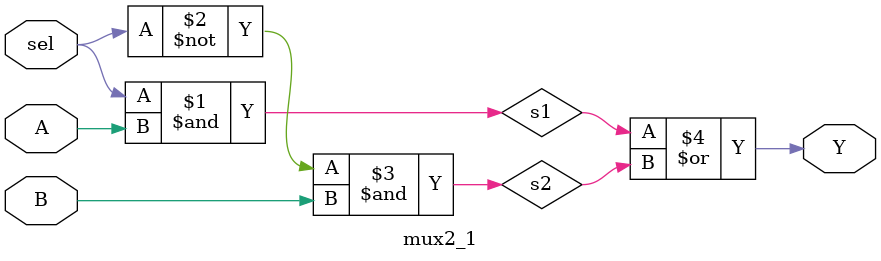
<source format=sv>
module mux2_1 (input sel, A, B,
					output Y);
logic s1, s2;

and n1(s1,sel,A);
and n2(s2,~sel,B);
or  n3(Y,s1,s2);	
	
			
endmodule 
</source>
